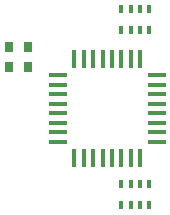
<source format=gbp>
G04 DipTrace 2.4.0.1*
%INminishift.backpaste.gbp*%
%MOIN*%
%ADD38R,0.0138X0.0295*%
%ADD44R,0.0118X0.0591*%
%ADD46R,0.0591X0.0118*%
%ADD50R,0.0315X0.0354*%
%FSLAX44Y44*%
G04*
G70*
G90*
G75*
G01*
%LNBotPaste*%
%LPD*%
D50*
X6312Y12188D3*
Y11519D3*
X6937Y12188D3*
Y11519D3*
D46*
X11250Y11250D3*
Y10935D3*
Y10620D3*
Y10305D3*
Y9990D3*
Y9675D3*
Y9360D3*
Y9045D3*
D44*
X10699Y8494D3*
X10384D3*
X10069D3*
X9754D3*
X9439D3*
X9124D3*
X8809D3*
X8494D3*
D46*
X7943Y9045D3*
Y9360D3*
Y9675D3*
Y9990D3*
Y10305D3*
Y10620D3*
Y10935D3*
Y11250D3*
D44*
X8494Y11801D3*
X8809D3*
X9124D3*
X9439D3*
X9754D3*
X10069D3*
X10384D3*
X10699D3*
D38*
X11000Y12750D3*
X10685D3*
X10370D3*
X10055D3*
Y13459D3*
X10370D3*
X10685D3*
X11000D3*
X10055Y7625D3*
X10370D3*
X10685D3*
X11000D3*
Y6917D3*
X10685D3*
X10370D3*
X10055D3*
M02*

</source>
